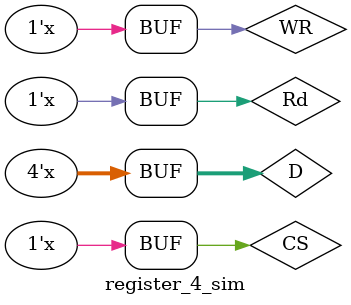
<source format=v>
`timescale 1ns / 1ps


module register_4_sim();
  reg [3:0]D;
reg Rd,WR,CS;
wire [3:0]DATA;
register_4 ul(D,Rd,WR,CS,DATA);
initial
begin
 CS=0;
 WR=0;
 Rd=0;
 D=4'b0000;
end
 always #5 CS=~CS;
 always #10 WR=~WR;
 always #20 Rd=~Rd;
 always #40 D = D + 4'b0001;
  

endmodule

</source>
